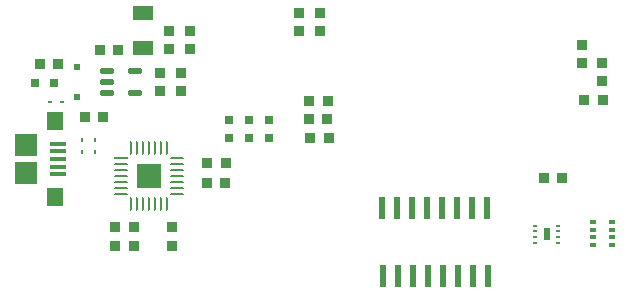
<source format=gtp>
G04*
G04 #@! TF.GenerationSoftware,Altium Limited,Altium Designer,20.2.4 (192)*
G04*
G04 Layer_Color=8421504*
%FSLAX44Y44*%
%MOMM*%
G71*
G04*
G04 #@! TF.SameCoordinates,04E9AB2E-1989-4D7A-88AA-1D4CDCA67D46*
G04*
G04*
G04 #@! TF.FilePolarity,Positive*
G04*
G01*
G75*
%ADD18R,2.0555X2.0555*%
%ADD19R,1.3500X0.4000*%
%ADD20R,1.4000X1.6000*%
%ADD21R,1.9000X1.9000*%
%ADD22R,0.5000X0.3500*%
G04:AMPARAMS|DCode=23|XSize=0.2425mm|YSize=1.1596mm|CornerRadius=0.1212mm|HoleSize=0mm|Usage=FLASHONLY|Rotation=0.000|XOffset=0mm|YOffset=0mm|HoleType=Round|Shape=RoundedRectangle|*
%AMROUNDEDRECTD23*
21,1,0.2425,0.9172,0,0,0.0*
21,1,0.0000,1.1596,0,0,0.0*
1,1,0.2425,0.0000,-0.4586*
1,1,0.2425,0.0000,-0.4586*
1,1,0.2425,0.0000,0.4586*
1,1,0.2425,0.0000,0.4586*
%
%ADD23ROUNDEDRECTD23*%
G04:AMPARAMS|DCode=24|XSize=1.1596mm|YSize=0.2425mm|CornerRadius=0.1212mm|HoleSize=0mm|Usage=FLASHONLY|Rotation=0.000|XOffset=0mm|YOffset=0mm|HoleType=Round|Shape=RoundedRectangle|*
%AMROUNDEDRECTD24*
21,1,1.1596,0.0000,0,0,0.0*
21,1,0.9172,0.2425,0,0,0.0*
1,1,0.2425,0.4586,0.0000*
1,1,0.2425,-0.4586,0.0000*
1,1,0.2425,-0.4586,0.0000*
1,1,0.2425,0.4586,0.0000*
%
%ADD24ROUNDEDRECTD24*%
%ADD25R,1.1596X0.2425*%
G04:AMPARAMS|DCode=26|XSize=1.24mm|YSize=0.55mm|CornerRadius=0.1375mm|HoleSize=0mm|Usage=FLASHONLY|Rotation=0.000|XOffset=0mm|YOffset=0mm|HoleType=Round|Shape=RoundedRectangle|*
%AMROUNDEDRECTD26*
21,1,1.2400,0.2750,0,0,0.0*
21,1,0.9650,0.5500,0,0,0.0*
1,1,0.2750,0.4825,-0.1375*
1,1,0.2750,-0.4825,-0.1375*
1,1,0.2750,-0.4825,0.1375*
1,1,0.2750,0.4825,0.1375*
%
%ADD26ROUNDEDRECTD26*%
%ADD27R,0.5300X1.9800*%
%ADD28R,0.3500X0.2500*%
%ADD29R,0.5240X1.0000*%
%ADD30R,0.8700X0.9300*%
%ADD31R,0.9300X0.8700*%
%ADD32R,0.1750X0.3000*%
%ADD33R,0.3000X0.1750*%
%ADD34R,0.8000X0.8000*%
%ADD35R,0.5588X0.5842*%
%ADD36R,0.8000X0.8000*%
%ADD37R,0.9200X0.9700*%
%ADD38R,1.8200X1.1600*%
%ADD39R,0.9700X0.9200*%
D18*
X119012Y107936D02*
D03*
D19*
X41990Y135366D02*
D03*
Y128866D02*
D03*
Y122366D02*
D03*
Y115866D02*
D03*
Y109366D02*
D03*
D20*
X39740Y154366D02*
D03*
Y90366D02*
D03*
D21*
X15240Y134366D02*
D03*
Y110366D02*
D03*
D22*
X510920Y49686D02*
D03*
X494920D02*
D03*
Y69186D02*
D03*
X510920D02*
D03*
Y56186D02*
D03*
X494920D02*
D03*
X510920Y62686D02*
D03*
X494920D02*
D03*
D23*
X104012Y131699D02*
D03*
X109012D02*
D03*
X114012D02*
D03*
X119013D02*
D03*
X124012D02*
D03*
X129013D02*
D03*
X134012D02*
D03*
Y84174D02*
D03*
X129013D02*
D03*
X124012D02*
D03*
X119013D02*
D03*
X114012D02*
D03*
X109012D02*
D03*
X104012D02*
D03*
D24*
X142775Y122936D02*
D03*
Y117936D02*
D03*
Y112936D02*
D03*
Y107936D02*
D03*
Y102936D02*
D03*
Y97936D02*
D03*
Y92936D02*
D03*
X95250D02*
D03*
Y97936D02*
D03*
Y102936D02*
D03*
Y107936D02*
D03*
Y112936D02*
D03*
Y117936D02*
D03*
D25*
Y122936D02*
D03*
D26*
X83400Y197206D02*
D03*
Y187706D02*
D03*
Y178206D02*
D03*
X107100D02*
D03*
Y197206D02*
D03*
D27*
X317246Y23114D02*
D03*
X329946D02*
D03*
X342646D02*
D03*
X355346D02*
D03*
X368046D02*
D03*
X380746D02*
D03*
X393446D02*
D03*
X406146D02*
D03*
X316738Y81254D02*
D03*
X329438D02*
D03*
X342138D02*
D03*
X354838D02*
D03*
X367538D02*
D03*
X380238D02*
D03*
X392938D02*
D03*
X405638D02*
D03*
D28*
X446278Y66040D02*
D03*
Y61040D02*
D03*
Y56040D02*
D03*
Y51040D02*
D03*
X465066D02*
D03*
Y56040D02*
D03*
Y61040D02*
D03*
Y66040D02*
D03*
D29*
X455930Y58928D02*
D03*
D30*
X168222Y102362D02*
D03*
X183822D02*
D03*
X168476Y118618D02*
D03*
X184076D02*
D03*
X80190Y157988D02*
D03*
X64590D02*
D03*
X26490Y202692D02*
D03*
X42090D02*
D03*
X271198Y139954D02*
D03*
X255598D02*
D03*
X269928Y156464D02*
D03*
X254328D02*
D03*
X270436Y171704D02*
D03*
X254836D02*
D03*
X503354Y172212D02*
D03*
X487754D02*
D03*
X453210Y106680D02*
D03*
X468810D02*
D03*
D31*
X106426Y48842D02*
D03*
Y64442D02*
D03*
X90678Y49096D02*
D03*
Y64696D02*
D03*
X138684D02*
D03*
Y49096D02*
D03*
X485902Y203274D02*
D03*
Y218874D02*
D03*
X264160Y230452D02*
D03*
Y246052D02*
D03*
D32*
X73660Y128426D02*
D03*
Y138176D02*
D03*
X62230Y128426D02*
D03*
Y138176D02*
D03*
D33*
X45261Y170942D02*
D03*
X35511D02*
D03*
D34*
X203962Y155828D02*
D03*
Y139828D02*
D03*
X186690Y155828D02*
D03*
Y139828D02*
D03*
X220980Y155828D02*
D03*
Y139828D02*
D03*
D35*
X58420Y199898D02*
D03*
Y175006D02*
D03*
D36*
X22734Y186690D02*
D03*
X38734D02*
D03*
D37*
X92840Y214376D02*
D03*
X77340D02*
D03*
D38*
X114300Y216136D02*
D03*
Y245636D02*
D03*
D39*
X135890Y231016D02*
D03*
Y215516D02*
D03*
X153670Y231016D02*
D03*
Y215516D02*
D03*
X146050Y179956D02*
D03*
Y195456D02*
D03*
X128270Y179956D02*
D03*
Y195456D02*
D03*
X502920Y188592D02*
D03*
Y204092D02*
D03*
X246126Y246256D02*
D03*
Y230756D02*
D03*
M02*

</source>
